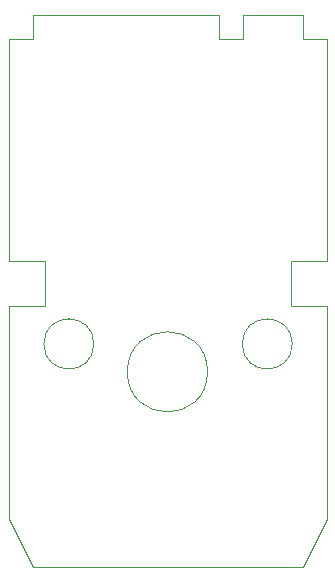
<source format=gbr>
%FSLAX46Y46*%
G04 Gerber Fmt 4.6, Leading zero omitted, Abs format (unit mm)*
G04 Created by KiCad (PCBNEW (2014-08-29 BZR 5106)-product) date tor 20 aug 2015 00:56:35*
%MOMM*%
G01*
G04 APERTURE LIST*
%ADD10C,0.100000*%
G04 APERTURE END LIST*
D10*
X242824000Y-65532000D02*
X239776000Y-65532000D01*
X239921320Y-72590000D02*
G75*
G03X239921320Y-72590000I-2121320J0D01*
G74*
G01*
X223121320Y-72590000D02*
G75*
G03X223121320Y-72590000I-2121320J0D01*
G74*
G01*
X232744113Y-74950000D02*
G75*
G03X232744113Y-74950000I-3394113J0D01*
G74*
G01*
X217932000Y-91440000D02*
X240792000Y-91440000D01*
X242824000Y-87376000D02*
X240792000Y-91440000D01*
X215900000Y-87376000D02*
X217932000Y-91440000D01*
X242824000Y-69342000D02*
X242824000Y-87376000D01*
X215900000Y-69342000D02*
X215900000Y-87376000D01*
X239776000Y-69342000D02*
X242824000Y-69342000D01*
X239776000Y-65532000D02*
X239776000Y-69342000D01*
X218948000Y-69342000D02*
X215900000Y-69342000D01*
X218948000Y-65532000D02*
X218948000Y-69342000D01*
X215900000Y-65532000D02*
X218948000Y-65532000D01*
X217932000Y-44704000D02*
X233680000Y-44704000D01*
X235712000Y-46736000D02*
X235712000Y-44704000D01*
X233680000Y-46736000D02*
X235712000Y-46736000D01*
X233680000Y-44704000D02*
X233680000Y-46736000D01*
X235712000Y-44704000D02*
X240792000Y-44704000D01*
X240792000Y-46736000D02*
X240792000Y-44704000D01*
X217932000Y-46736000D02*
X217932000Y-44704000D01*
X242824000Y-46736000D02*
X240792000Y-46736000D01*
X215900000Y-46736000D02*
X217932000Y-46736000D01*
X242824000Y-46736000D02*
X242824000Y-65532000D01*
X215900000Y-46736000D02*
X215900000Y-65532000D01*
M02*

</source>
